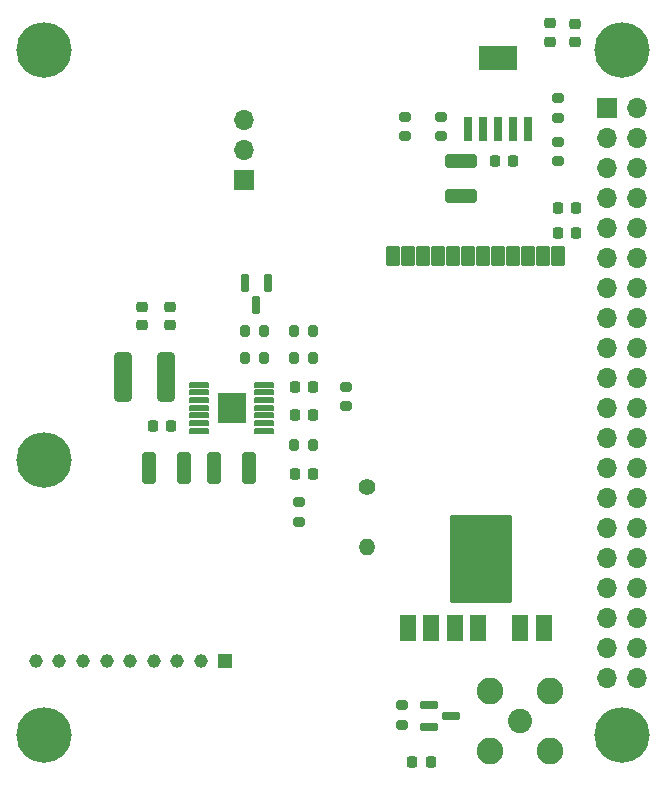
<source format=gts>
%TF.GenerationSoftware,KiCad,Pcbnew,8.0.8*%
%TF.CreationDate,2025-03-18T16:59:42-07:00*%
%TF.ProjectId,RPi_interface,5250695f-696e-4746-9572-666163652e6b,1.2*%
%TF.SameCoordinates,Original*%
%TF.FileFunction,Soldermask,Top*%
%TF.FilePolarity,Negative*%
%FSLAX46Y46*%
G04 Gerber Fmt 4.6, Leading zero omitted, Abs format (unit mm)*
G04 Created by KiCad (PCBNEW 8.0.8) date 2025-03-18 16:59:42*
%MOMM*%
%LPD*%
G01*
G04 APERTURE LIST*
G04 Aperture macros list*
%AMRoundRect*
0 Rectangle with rounded corners*
0 $1 Rounding radius*
0 $2 $3 $4 $5 $6 $7 $8 $9 X,Y pos of 4 corners*
0 Add a 4 corners polygon primitive as box body*
4,1,4,$2,$3,$4,$5,$6,$7,$8,$9,$2,$3,0*
0 Add four circle primitives for the rounded corners*
1,1,$1+$1,$2,$3*
1,1,$1+$1,$4,$5*
1,1,$1+$1,$6,$7*
1,1,$1+$1,$8,$9*
0 Add four rect primitives between the rounded corners*
20,1,$1+$1,$2,$3,$4,$5,0*
20,1,$1+$1,$4,$5,$6,$7,0*
20,1,$1+$1,$6,$7,$8,$9,0*
20,1,$1+$1,$8,$9,$2,$3,0*%
G04 Aperture macros list end*
%ADD10RoundRect,0.200000X0.275000X-0.200000X0.275000X0.200000X-0.275000X0.200000X-0.275000X-0.200000X0*%
%ADD11RoundRect,0.063500X-0.660400X0.279400X-0.660400X-0.279400X0.660400X-0.279400X0.660400X0.279400X0*%
%ADD12C,4.700000*%
%ADD13RoundRect,0.225000X-0.225000X-0.250000X0.225000X-0.250000X0.225000X0.250000X-0.225000X0.250000X0*%
%ADD14R,0.650000X2.000000*%
%ADD15R,3.200000X2.000000*%
%ADD16RoundRect,0.250000X-0.325000X-1.100000X0.325000X-1.100000X0.325000X1.100000X-0.325000X1.100000X0*%
%ADD17R,1.150000X1.150000*%
%ADD18C,1.150000*%
%ADD19RoundRect,0.333000X0.417000X1.767000X-0.417000X1.767000X-0.417000X-1.767000X0.417000X-1.767000X0*%
%ADD20RoundRect,0.200000X-0.275000X0.200000X-0.275000X-0.200000X0.275000X-0.200000X0.275000X0.200000X0*%
%ADD21RoundRect,0.218750X0.218750X0.256250X-0.218750X0.256250X-0.218750X-0.256250X0.218750X-0.256250X0*%
%ADD22RoundRect,0.200000X-0.200000X-0.275000X0.200000X-0.275000X0.200000X0.275000X-0.200000X0.275000X0*%
%ADD23RoundRect,0.063500X-0.487500X0.750000X-0.487500X-0.750000X0.487500X-0.750000X0.487500X0.750000X0*%
%ADD24RoundRect,0.063500X-0.650000X1.000000X-0.650000X-1.000000X0.650000X-1.000000X0.650000X1.000000X0*%
%ADD25RoundRect,0.063500X-2.550000X3.650000X-2.550000X-3.650000X2.550000X-3.650000X2.550000X3.650000X0*%
%ADD26RoundRect,0.063500X0.800100X0.152400X-0.800100X0.152400X-0.800100X-0.152400X0.800100X-0.152400X0*%
%ADD27RoundRect,0.063500X1.155000X1.230000X-1.155000X1.230000X-1.155000X-1.230000X1.155000X-1.230000X0*%
%ADD28RoundRect,0.225000X0.250000X-0.225000X0.250000X0.225000X-0.250000X0.225000X-0.250000X-0.225000X0*%
%ADD29RoundRect,0.250000X0.325000X1.100000X-0.325000X1.100000X-0.325000X-1.100000X0.325000X-1.100000X0*%
%ADD30RoundRect,0.063500X0.279400X0.660400X-0.279400X0.660400X-0.279400X-0.660400X0.279400X-0.660400X0*%
%ADD31RoundRect,0.250000X1.100000X-0.325000X1.100000X0.325000X-1.100000X0.325000X-1.100000X-0.325000X0*%
%ADD32O,1.400000X1.400000*%
%ADD33C,1.400000*%
%ADD34RoundRect,0.200000X0.200000X0.275000X-0.200000X0.275000X-0.200000X-0.275000X0.200000X-0.275000X0*%
%ADD35C,2.050000*%
%ADD36C,2.250000*%
%ADD37R,1.700000X1.700000*%
%ADD38O,1.700000X1.700000*%
G04 APERTURE END LIST*
D10*
%TO.C,R6*%
X137050000Y-60900000D03*
X137050000Y-59250000D03*
%TD*%
D11*
%TO.C,Q2*%
X126135200Y-106922500D03*
X126135200Y-108827500D03*
X128014800Y-107875000D03*
%TD*%
D12*
%TO.C,H5*%
X93500000Y-86200000D03*
%TD*%
D10*
%TO.C,R7*%
X137050000Y-57225000D03*
X137050000Y-55575000D03*
%TD*%
D13*
%TO.C,C8*%
X131675000Y-60900000D03*
X133225000Y-60900000D03*
%TD*%
D14*
%TO.C,U3*%
X129410000Y-58200000D03*
X130680000Y-58200000D03*
X131950000Y-58200000D03*
X133220000Y-58200000D03*
X134490000Y-58200000D03*
D15*
X131950000Y-52200000D03*
%TD*%
D10*
%TO.C,R11*%
X127150000Y-58815000D03*
X127150000Y-57165000D03*
%TD*%
D16*
%TO.C,C3*%
X107961341Y-86913659D03*
X110911341Y-86913659D03*
%TD*%
D17*
%TO.C,J2*%
X108825000Y-103200000D03*
D18*
X106824999Y-103200000D03*
X104825000Y-103200000D03*
X102824999Y-103200000D03*
X100825001Y-103200000D03*
X98825000Y-103200000D03*
X96825001Y-103200000D03*
X94825000Y-103200000D03*
X92824999Y-103200000D03*
%TD*%
D19*
%TO.C,L1*%
X103836341Y-79213659D03*
X100236341Y-79213659D03*
%TD*%
D20*
%TO.C,R12*%
X124100000Y-57150000D03*
X124100000Y-58800000D03*
%TD*%
D12*
%TO.C,H2*%
X142500000Y-51500000D03*
%TD*%
D21*
%TO.C,D1*%
X126300000Y-111750000D03*
X124725000Y-111750000D03*
%TD*%
D20*
%TO.C,R4*%
X119123841Y-79988659D03*
X119123841Y-81638659D03*
%TD*%
D13*
%TO.C,C10*%
X137050000Y-66950000D03*
X138600000Y-66950000D03*
%TD*%
D22*
%TO.C,R8*%
X110525000Y-75300000D03*
X112175000Y-75300000D03*
%TD*%
D23*
%TO.C,U2*%
X137060000Y-68910000D03*
X135790000Y-68910000D03*
X134520000Y-68910000D03*
X133250000Y-68910000D03*
X131980000Y-68910000D03*
X130710000Y-68910000D03*
X129440000Y-68910000D03*
X128170000Y-68910000D03*
X126900000Y-68910000D03*
X125630000Y-68910000D03*
X124360000Y-68910000D03*
X123090000Y-68910000D03*
D24*
X124310000Y-100450000D03*
X126310000Y-100450000D03*
X128310000Y-100450000D03*
X130310000Y-100450000D03*
X133830000Y-100450000D03*
X135830000Y-100450000D03*
D25*
X130560000Y-94550000D03*
%TD*%
D26*
%TO.C,U1*%
X112179541Y-83736363D03*
X112179541Y-83086350D03*
X112179541Y-82436341D03*
X112179541Y-81786329D03*
X112179541Y-81136317D03*
X112179541Y-80486308D03*
X112179541Y-79836295D03*
X106642341Y-79836295D03*
X106642341Y-80486308D03*
X106642341Y-81136317D03*
X106642341Y-81786329D03*
X106642341Y-82436341D03*
X106642341Y-83086350D03*
X106642341Y-83736363D03*
D27*
X109410941Y-81786329D03*
%TD*%
D28*
%TO.C,C2*%
X104161341Y-74788659D03*
X104161341Y-73238659D03*
%TD*%
D29*
%TO.C,C4*%
X105361341Y-86913659D03*
X102411341Y-86913659D03*
%TD*%
D13*
%TO.C,C5*%
X102761341Y-83313659D03*
X104311341Y-83313659D03*
%TD*%
D20*
%TO.C,R1*%
X115150000Y-89800000D03*
X115150000Y-91450000D03*
%TD*%
D13*
%TO.C,C7*%
X114748841Y-82413659D03*
X116298841Y-82413659D03*
%TD*%
%TO.C,C6*%
X114748841Y-79988659D03*
X116298841Y-79988659D03*
%TD*%
D30*
%TO.C,Q1*%
X112462500Y-71220400D03*
X110557500Y-71220400D03*
X111510000Y-73100000D03*
%TD*%
D31*
%TO.C,C14*%
X128800000Y-63835000D03*
X128800000Y-60885000D03*
%TD*%
D12*
%TO.C,H4*%
X142500000Y-109500000D03*
%TD*%
%TO.C,H1*%
X93500000Y-51500000D03*
%TD*%
D28*
%TO.C,C12*%
X136375000Y-50800000D03*
X136375000Y-49250000D03*
%TD*%
D22*
%TO.C,R9*%
X114698841Y-75300000D03*
X116348841Y-75300000D03*
%TD*%
D10*
%TO.C,R10*%
X123850000Y-108625000D03*
X123850000Y-106975000D03*
%TD*%
D13*
%TO.C,C11*%
X114748841Y-87413659D03*
X116298841Y-87413659D03*
%TD*%
D28*
%TO.C,C1*%
X101821341Y-74788659D03*
X101821341Y-73238659D03*
%TD*%
D13*
%TO.C,C9*%
X137050000Y-64850000D03*
X138600000Y-64850000D03*
%TD*%
D32*
%TO.C,TH1*%
X120900000Y-93540000D03*
D33*
X120900000Y-88460000D03*
%TD*%
D12*
%TO.C,H3*%
X93500000Y-109500000D03*
%TD*%
D34*
%TO.C,R3*%
X116348841Y-84913659D03*
X114698841Y-84913659D03*
%TD*%
D28*
%TO.C,C13*%
X138520000Y-50845000D03*
X138520000Y-49295000D03*
%TD*%
D22*
%TO.C,R2*%
X110511341Y-77613659D03*
X112161341Y-77613659D03*
%TD*%
D35*
%TO.C,J4*%
X133830000Y-108335000D03*
D36*
X131290000Y-105795000D03*
X131290000Y-110875000D03*
X136370000Y-105795000D03*
X136370000Y-110875000D03*
%TD*%
D22*
%TO.C,R5*%
X114698841Y-77613659D03*
X116348841Y-77613659D03*
%TD*%
D37*
%TO.C,J3*%
X110500000Y-62540000D03*
D38*
X110500000Y-60000000D03*
X110500000Y-57460000D03*
%TD*%
D37*
%TO.C,J1*%
X141230000Y-56370000D03*
D38*
X143770000Y-56370000D03*
X141230000Y-58910000D03*
X143770000Y-58910000D03*
X141230000Y-61450000D03*
X143770000Y-61450000D03*
X141230000Y-63990000D03*
X143770000Y-63990000D03*
X141230000Y-66530000D03*
X143770000Y-66530000D03*
X141230000Y-69070000D03*
X143770000Y-69070000D03*
X141230000Y-71610000D03*
X143770000Y-71610000D03*
X141230000Y-74150000D03*
X143770000Y-74150000D03*
X141230000Y-76690000D03*
X143770000Y-76690000D03*
X141230000Y-79230000D03*
X143770000Y-79230000D03*
X141230000Y-81770000D03*
X143770000Y-81770000D03*
X141230000Y-84310000D03*
X143770000Y-84310000D03*
X141230000Y-86850000D03*
X143770000Y-86850000D03*
X141230000Y-89390000D03*
X143770000Y-89390000D03*
X141230000Y-91930000D03*
X143770000Y-91930000D03*
X141230000Y-94470000D03*
X143770000Y-94470000D03*
X141230000Y-97010000D03*
X143770000Y-97010000D03*
X141230000Y-99550000D03*
X143770000Y-99550000D03*
X141230000Y-102090000D03*
X143770000Y-102090000D03*
X141230000Y-104630000D03*
X143770000Y-104630000D03*
%TD*%
M02*

</source>
